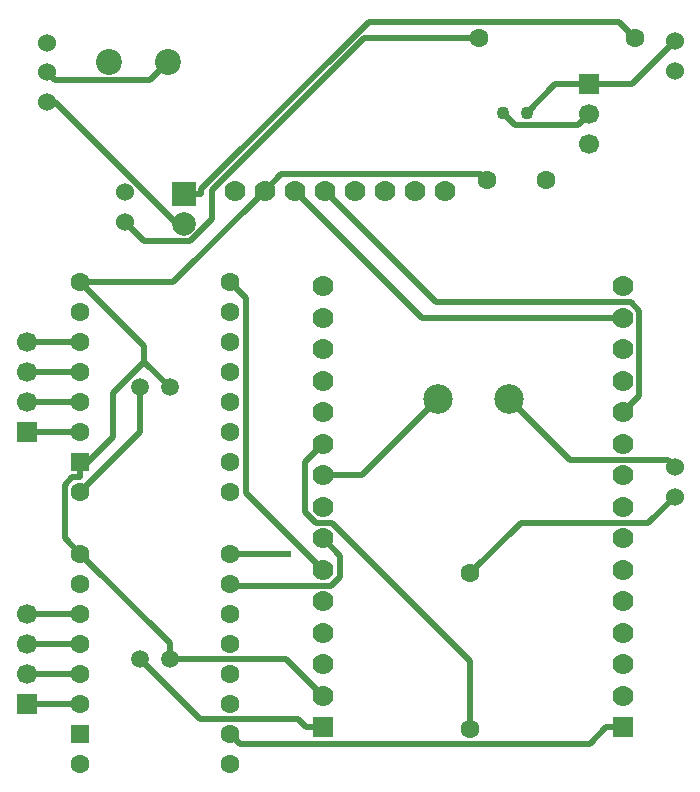
<source format=gbl>
G04 Layer: BottomLayer*
G04 EasyEDA v6.5.50, 2025-06-12 12:21:42*
G04 5a30a698f2604c48907cf2a2958ab60a,01d3e6036b464142aa991e197958fd7d,10*
G04 Gerber Generator version 0.2*
G04 Scale: 100 percent, Rotated: No, Reflected: No *
G04 Dimensions in millimeters *
G04 leading zeros omitted , absolute positions ,4 integer and 5 decimal *
%FSLAX45Y45*%
%MOMM*%

%ADD10C,0.5000*%
%ADD11C,2.5000*%
%ADD12C,1.5000*%
%ADD13C,1.1000*%
%ADD14C,1.6000*%
%ADD15R,1.7000X1.7000*%
%ADD16C,1.7000*%
%ADD17R,2.0000X2.0000*%
%ADD18C,2.0000*%
%ADD19R,1.6000X1.6000*%
%ADD20C,1.7780*%
%ADD21R,1.7780X1.7780*%
%ADD22C,1.5240*%
%ADD23C,2.2000*%
%ADD24C,0.6100*%
%ADD25C,0.0156*%

%LPD*%
D10*
X1864992Y1118999D02*
G01*
X1552369Y1118999D01*
X1549676Y1116307D01*
X1414599Y1116307D02*
G01*
X1549676Y1116307D01*
X3783098Y917704D02*
G01*
X3708803Y991999D01*
X2882999Y991999D01*
X2374999Y1499999D01*
X3922062Y917704D02*
G01*
X3783098Y917704D01*
X3936997Y5461002D02*
G01*
X4879845Y4518154D01*
X6529270Y4518154D01*
X6599476Y4447948D01*
X6599476Y3722118D01*
X6462062Y3584704D01*
X3682997Y5461002D02*
G01*
X4759195Y4384804D01*
X6462062Y4384804D01*
X6323098Y917704D02*
G01*
X6186904Y781509D01*
X3218482Y781509D01*
X3134992Y864999D01*
X6462062Y917704D02*
G01*
X6323098Y917704D01*
X2247897Y5194302D02*
G01*
X2405098Y5037101D01*
X2800957Y5037101D01*
X2985818Y5221963D01*
X2985818Y5470705D01*
X4271515Y6756402D01*
X5245503Y6756402D01*
X1587497Y6214290D02*
G01*
X1656128Y6214290D01*
X2688816Y5181602D01*
X2743197Y5181602D01*
X6565491Y6756402D02*
G01*
X6428889Y6893003D01*
X4313146Y6893003D01*
X2893260Y5473118D01*
X2893260Y5435602D01*
X2743197Y5435602D02*
G01*
X2893260Y5435602D01*
X1864992Y1880999D02*
G01*
X1417292Y1880999D01*
X1414599Y1878307D01*
X1864992Y1626999D02*
G01*
X1417292Y1626999D01*
X1414599Y1624307D01*
X1864992Y1372999D02*
G01*
X1417292Y1372999D01*
X1414599Y1370307D01*
X1864992Y4180994D02*
G01*
X1417292Y4180994D01*
X1414599Y4178302D01*
X1864992Y3926994D02*
G01*
X1417292Y3926994D01*
X1414599Y3924302D01*
X1864992Y3672994D02*
G01*
X1417292Y3672994D01*
X1414599Y3670302D01*
X1864992Y3418994D02*
G01*
X1552369Y3418994D01*
X1549676Y3416302D01*
X1414599Y3416302D02*
G01*
X1549676Y3416302D01*
X6172197Y6108702D02*
G01*
X6086193Y6022698D01*
X5548602Y6022698D01*
X5449897Y6121402D01*
X3922062Y3051329D02*
G01*
X4251322Y3051329D01*
X4899987Y3699995D01*
X3922062Y2251229D02*
G01*
X3268596Y2904695D01*
X3268596Y4555390D01*
X3134992Y4688994D01*
X2612184Y6553202D02*
G01*
X2456583Y6397602D01*
X1654197Y6397602D01*
X1587497Y6464302D01*
X1864992Y2910994D02*
G01*
X2374999Y3421001D01*
X2374999Y3799994D01*
X3922062Y3318029D02*
G01*
X3771618Y3167585D01*
X3771618Y2741907D01*
X3862245Y2651279D01*
X3997576Y2651279D01*
X5168897Y1479958D01*
X5168897Y902108D01*
X3922062Y2517929D02*
G01*
X4067553Y2372438D01*
X4067553Y2193419D01*
X3992013Y2117879D01*
X3152112Y2117879D01*
X3134992Y2134999D01*
X6899983Y2872996D02*
G01*
X6678241Y2651254D01*
X5598055Y2651254D01*
X5168897Y2222096D01*
X6899983Y3126996D02*
G01*
X6842325Y3184654D01*
X6015327Y3184654D01*
X5499986Y3699995D01*
X3922062Y1184429D02*
G01*
X3606492Y1499999D01*
X2624985Y1499999D01*
X1864992Y3034946D02*
G01*
X1799943Y3034946D01*
X1734944Y2969948D01*
X1734944Y2519047D01*
X1864992Y2388999D01*
X1864992Y2388999D02*
G01*
X2624985Y1629006D01*
X2624985Y1499999D01*
X6899983Y6726989D02*
G01*
X6535696Y6362702D01*
X6172197Y6362702D01*
X6172197Y6362702D02*
G01*
X5891197Y6362702D01*
X5649897Y6121402D01*
X5312610Y5549902D02*
G01*
X5260997Y5601515D01*
X3569510Y5601515D01*
X3428997Y5461002D01*
X3428997Y5461002D02*
G01*
X2656989Y4688994D01*
X1864992Y4688994D01*
X1864992Y3164994D02*
G01*
X1864992Y3100047D01*
X1864992Y3100047D02*
G01*
X1864992Y3034946D01*
X1864992Y4688994D02*
G01*
X2409289Y4144698D01*
X2409289Y4014751D01*
X1864992Y3100047D02*
G01*
X2145738Y3380793D01*
X2145738Y3751201D01*
X2409289Y4014751D01*
X2409289Y4014751D02*
G01*
X2410228Y4014751D01*
X2624985Y3799994D01*
X3134992Y2388999D02*
G01*
X3627295Y2388999D01*
D11*
G01*
X5499988Y3699992D03*
G01*
X4899990Y3699992D03*
D12*
G01*
X2624988Y3799992D03*
G01*
X2375001Y3799992D03*
G01*
X2624988Y1499996D03*
G01*
X2375001Y1499996D03*
D13*
G01*
X5649899Y6121400D03*
G01*
X5449900Y6121400D03*
D14*
G01*
X5312613Y5549900D03*
G01*
X5812612Y5549900D03*
D15*
G01*
X1414602Y3416300D03*
D16*
G01*
X1414602Y3670300D03*
G01*
X1414602Y3924300D03*
G01*
X1414602Y4178300D03*
D15*
G01*
X1414602Y1116304D03*
D16*
G01*
X1414602Y1370304D03*
G01*
X1414602Y1624304D03*
G01*
X1414602Y1878304D03*
D15*
G01*
X6172200Y6362700D03*
D16*
G01*
X6172200Y6108700D03*
G01*
X6172200Y5854700D03*
D17*
G01*
X2743200Y5435600D03*
D18*
G01*
X2743200Y5181600D03*
D14*
G01*
X5245506Y6756400D03*
G01*
X6565493Y6756400D03*
G01*
X5168900Y2222093D03*
G01*
X5168900Y902106D03*
G01*
X3134995Y4688992D03*
G01*
X3134995Y4434992D03*
G01*
X3134995Y4180992D03*
G01*
X3134995Y3926992D03*
G01*
X3134995Y3672992D03*
G01*
X3134995Y3418992D03*
G01*
X3134995Y3164992D03*
G01*
X3134995Y2910992D03*
G01*
X1864995Y4688992D03*
G01*
X1864995Y4434992D03*
G01*
X1864995Y4180992D03*
G01*
X1864995Y3926992D03*
G01*
X1864995Y3672992D03*
G01*
X1864995Y3418992D03*
D19*
G01*
X1864995Y3164992D03*
D14*
G01*
X1864995Y2910992D03*
G01*
X3134995Y2388996D03*
G01*
X3134995Y2134996D03*
G01*
X3134995Y1880996D03*
G01*
X3134995Y1626996D03*
G01*
X3134995Y1372996D03*
G01*
X3134995Y1118996D03*
G01*
X3134995Y864996D03*
G01*
X3134995Y610996D03*
G01*
X1864995Y2388996D03*
G01*
X1864995Y2134996D03*
G01*
X1864995Y1880996D03*
G01*
X1864995Y1626996D03*
G01*
X1864995Y1372996D03*
G01*
X1864995Y1118996D03*
D19*
G01*
X1864995Y864996D03*
D14*
G01*
X1864995Y610996D03*
D20*
G01*
X3922064Y4651527D03*
G01*
X3922064Y4384827D03*
G01*
X3922064Y4118127D03*
G01*
X3922064Y3851427D03*
G01*
X3922064Y3584727D03*
G01*
X3922064Y3318027D03*
G01*
X3922064Y3051327D03*
G01*
X3922064Y2784627D03*
G01*
X3922064Y2517927D03*
G01*
X3922064Y2251227D03*
G01*
X3922064Y1984527D03*
G01*
X3922064Y1717827D03*
G01*
X3922064Y1451127D03*
G01*
X3922064Y1184427D03*
D21*
G01*
X3922064Y917702D03*
G01*
X6462064Y917702D03*
D20*
G01*
X6462064Y1184402D03*
G01*
X6462064Y1451102D03*
G01*
X6462064Y1717802D03*
G01*
X6462064Y1984502D03*
G01*
X6462064Y2251202D03*
G01*
X6462064Y2517902D03*
G01*
X6462064Y2784602D03*
G01*
X6462064Y3051302D03*
G01*
X6462064Y3318002D03*
G01*
X6462064Y3584702D03*
G01*
X6462064Y3851402D03*
G01*
X6462064Y4118102D03*
G01*
X6462064Y4384802D03*
G01*
X6462064Y4651502D03*
G01*
X3937000Y5461000D03*
G01*
X4191000Y5461000D03*
G01*
X3683000Y5461000D03*
G01*
X3429000Y5461000D03*
G01*
X3175000Y5461000D03*
G01*
X4445000Y5461000D03*
G01*
X4699000Y5461000D03*
G01*
X4953000Y5461000D03*
D22*
G01*
X6899986Y6726986D03*
G01*
X6899986Y6472986D03*
G01*
X6899986Y3126994D03*
G01*
X6899986Y2872994D03*
G01*
X2247900Y5448300D03*
G01*
X2247900Y5194300D03*
G01*
X1587500Y6214287D03*
G01*
X1587500Y6464300D03*
G01*
X1587500Y6714286D03*
D23*
G01*
X2612186Y6553200D03*
G01*
X2112213Y6553200D03*
D24*
G01*
X3627295Y2388999D03*
M02*

</source>
